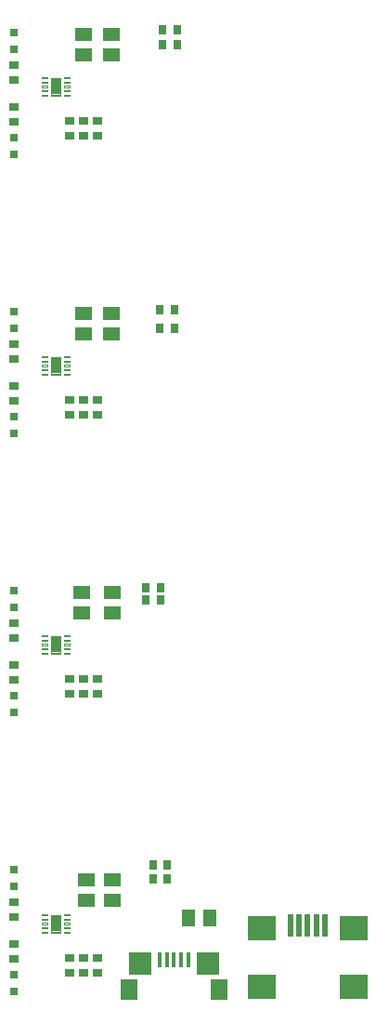
<source format=gtp>
G75*
%MOIN*%
%OFA0B0*%
%FSLAX25Y25*%
%IPPOS*%
%LPD*%
%AMOC8*
5,1,8,0,0,1.08239X$1,22.5*
%
%ADD10R,0.05906X0.05118*%
%ADD11R,0.03543X0.02756*%
%ADD12C,0.00394*%
%ADD13C,0.00354*%
%ADD14R,0.03150X0.03150*%
%ADD15R,0.02756X0.03543*%
%ADD16R,0.08268X0.07874*%
%ADD17R,0.06299X0.07480*%
%ADD18R,0.01575X0.05315*%
%ADD19R,0.09843X0.08661*%
%ADD20R,0.01969X0.07874*%
%ADD21R,0.05118X0.05906*%
D10*
X0050500Y0050740D03*
X0050500Y0043260D03*
X0041000Y0050740D03*
X0041000Y0043260D03*
X0050000Y0253740D03*
X0050000Y0246260D03*
X0040000Y0253740D03*
X0040000Y0246260D03*
X0050500Y0153740D03*
X0050500Y0146260D03*
X0039500Y0153740D03*
X0039500Y0146260D03*
X0050000Y0353740D03*
X0050000Y0346260D03*
X0040000Y0353740D03*
X0040000Y0346260D03*
D11*
X0035000Y0017441D03*
X0035000Y0022559D03*
X0015000Y0022441D03*
X0015000Y0027559D03*
X0015000Y0042559D03*
X0015000Y0037441D03*
X0040000Y0017441D03*
X0040000Y0022559D03*
X0045000Y0017441D03*
X0045000Y0022559D03*
X0035000Y0217441D03*
X0035000Y0222559D03*
X0015000Y0222441D03*
X0015000Y0227559D03*
X0015000Y0242559D03*
X0015000Y0237441D03*
X0040000Y0217441D03*
X0040000Y0222559D03*
X0045000Y0217441D03*
X0045000Y0222559D03*
X0035000Y0117441D03*
X0035000Y0122559D03*
X0015000Y0122441D03*
X0015000Y0127559D03*
X0015000Y0142559D03*
X0015000Y0137441D03*
X0040000Y0117441D03*
X0040000Y0122559D03*
X0045000Y0117441D03*
X0045000Y0122559D03*
X0035000Y0317441D03*
X0035000Y0322559D03*
X0015000Y0322441D03*
X0015000Y0327559D03*
X0015000Y0342559D03*
X0015000Y0337441D03*
X0040000Y0317441D03*
X0040000Y0322559D03*
X0045000Y0317441D03*
X0045000Y0322559D03*
D12*
X0027047Y0037954D02*
X0025079Y0037954D01*
X0025079Y0038346D01*
X0027047Y0038346D01*
X0027047Y0037954D01*
X0027047Y0036379D02*
X0025079Y0036379D01*
X0025079Y0036771D01*
X0027047Y0036771D01*
X0027047Y0036379D01*
X0027047Y0034804D02*
X0025079Y0034804D01*
X0025079Y0035196D01*
X0027047Y0035196D01*
X0027047Y0034804D01*
X0027047Y0033229D02*
X0025079Y0033229D01*
X0025079Y0033621D01*
X0027047Y0033621D01*
X0027047Y0033229D01*
X0027047Y0031654D02*
X0025079Y0031654D01*
X0025079Y0032046D01*
X0027047Y0032046D01*
X0027047Y0031654D01*
X0034921Y0031654D02*
X0032953Y0031654D01*
X0032953Y0032046D01*
X0034921Y0032046D01*
X0034921Y0031654D01*
X0034921Y0033229D02*
X0032953Y0033229D01*
X0032953Y0033621D01*
X0034921Y0033621D01*
X0034921Y0033229D01*
X0034921Y0034804D02*
X0032953Y0034804D01*
X0032953Y0035196D01*
X0034921Y0035196D01*
X0034921Y0034804D01*
X0034921Y0036379D02*
X0032953Y0036379D01*
X0032953Y0036771D01*
X0034921Y0036771D01*
X0034921Y0036379D01*
X0034921Y0037954D02*
X0032953Y0037954D01*
X0032953Y0038346D01*
X0034921Y0038346D01*
X0034921Y0037954D01*
X0027047Y0237954D02*
X0025079Y0237954D01*
X0025079Y0238346D01*
X0027047Y0238346D01*
X0027047Y0237954D01*
X0027047Y0236379D02*
X0025079Y0236379D01*
X0025079Y0236771D01*
X0027047Y0236771D01*
X0027047Y0236379D01*
X0027047Y0234804D02*
X0025079Y0234804D01*
X0025079Y0235196D01*
X0027047Y0235196D01*
X0027047Y0234804D01*
X0027047Y0233229D02*
X0025079Y0233229D01*
X0025079Y0233621D01*
X0027047Y0233621D01*
X0027047Y0233229D01*
X0027047Y0231654D02*
X0025079Y0231654D01*
X0025079Y0232046D01*
X0027047Y0232046D01*
X0027047Y0231654D01*
X0034921Y0231654D02*
X0032953Y0231654D01*
X0032953Y0232046D01*
X0034921Y0232046D01*
X0034921Y0231654D01*
X0034921Y0233229D02*
X0032953Y0233229D01*
X0032953Y0233621D01*
X0034921Y0233621D01*
X0034921Y0233229D01*
X0034921Y0234804D02*
X0032953Y0234804D01*
X0032953Y0235196D01*
X0034921Y0235196D01*
X0034921Y0234804D01*
X0034921Y0236379D02*
X0032953Y0236379D01*
X0032953Y0236771D01*
X0034921Y0236771D01*
X0034921Y0236379D01*
X0034921Y0237954D02*
X0032953Y0237954D01*
X0032953Y0238346D01*
X0034921Y0238346D01*
X0034921Y0237954D01*
X0027047Y0137954D02*
X0025079Y0137954D01*
X0025079Y0138346D01*
X0027047Y0138346D01*
X0027047Y0137954D01*
X0027047Y0136379D02*
X0025079Y0136379D01*
X0025079Y0136771D01*
X0027047Y0136771D01*
X0027047Y0136379D01*
X0027047Y0134804D02*
X0025079Y0134804D01*
X0025079Y0135196D01*
X0027047Y0135196D01*
X0027047Y0134804D01*
X0027047Y0133229D02*
X0025079Y0133229D01*
X0025079Y0133621D01*
X0027047Y0133621D01*
X0027047Y0133229D01*
X0027047Y0131654D02*
X0025079Y0131654D01*
X0025079Y0132046D01*
X0027047Y0132046D01*
X0027047Y0131654D01*
X0034921Y0131654D02*
X0032953Y0131654D01*
X0032953Y0132046D01*
X0034921Y0132046D01*
X0034921Y0131654D01*
X0034921Y0133229D02*
X0032953Y0133229D01*
X0032953Y0133621D01*
X0034921Y0133621D01*
X0034921Y0133229D01*
X0034921Y0134804D02*
X0032953Y0134804D01*
X0032953Y0135196D01*
X0034921Y0135196D01*
X0034921Y0134804D01*
X0034921Y0136379D02*
X0032953Y0136379D01*
X0032953Y0136771D01*
X0034921Y0136771D01*
X0034921Y0136379D01*
X0034921Y0137954D02*
X0032953Y0137954D01*
X0032953Y0138346D01*
X0034921Y0138346D01*
X0034921Y0137954D01*
X0027047Y0337954D02*
X0025079Y0337954D01*
X0025079Y0338346D01*
X0027047Y0338346D01*
X0027047Y0337954D01*
X0027047Y0336379D02*
X0025079Y0336379D01*
X0025079Y0336771D01*
X0027047Y0336771D01*
X0027047Y0336379D01*
X0027047Y0334804D02*
X0025079Y0334804D01*
X0025079Y0335196D01*
X0027047Y0335196D01*
X0027047Y0334804D01*
X0027047Y0333229D02*
X0025079Y0333229D01*
X0025079Y0333621D01*
X0027047Y0333621D01*
X0027047Y0333229D01*
X0027047Y0331654D02*
X0025079Y0331654D01*
X0025079Y0332046D01*
X0027047Y0332046D01*
X0027047Y0331654D01*
X0034921Y0331654D02*
X0032953Y0331654D01*
X0032953Y0332046D01*
X0034921Y0332046D01*
X0034921Y0331654D01*
X0034921Y0333229D02*
X0032953Y0333229D01*
X0032953Y0333621D01*
X0034921Y0333621D01*
X0034921Y0333229D01*
X0034921Y0334804D02*
X0032953Y0334804D01*
X0032953Y0335196D01*
X0034921Y0335196D01*
X0034921Y0334804D01*
X0034921Y0336379D02*
X0032953Y0336379D01*
X0032953Y0336771D01*
X0034921Y0336771D01*
X0034921Y0336379D01*
X0034921Y0337954D02*
X0032953Y0337954D01*
X0032953Y0338346D01*
X0034921Y0338346D01*
X0034921Y0337954D01*
D13*
X0031594Y0038169D02*
X0031594Y0031831D01*
X0028406Y0031831D01*
X0028406Y0038169D01*
X0031594Y0038169D01*
X0031594Y0032184D02*
X0028406Y0032184D01*
X0028406Y0032537D02*
X0031594Y0032537D01*
X0031594Y0032890D02*
X0028406Y0032890D01*
X0028406Y0033243D02*
X0031594Y0033243D01*
X0031594Y0033596D02*
X0028406Y0033596D01*
X0028406Y0033949D02*
X0031594Y0033949D01*
X0031594Y0034302D02*
X0028406Y0034302D01*
X0028406Y0034655D02*
X0031594Y0034655D01*
X0031594Y0035008D02*
X0028406Y0035008D01*
X0028406Y0035361D02*
X0031594Y0035361D01*
X0031594Y0035714D02*
X0028406Y0035714D01*
X0028406Y0036067D02*
X0031594Y0036067D01*
X0031594Y0036420D02*
X0028406Y0036420D01*
X0028406Y0036773D02*
X0031594Y0036773D01*
X0031594Y0037126D02*
X0028406Y0037126D01*
X0028406Y0037479D02*
X0031594Y0037479D01*
X0031594Y0037832D02*
X0028406Y0037832D01*
X0031594Y0238169D02*
X0031594Y0231831D01*
X0028406Y0231831D01*
X0028406Y0238169D01*
X0031594Y0238169D01*
X0031594Y0232184D02*
X0028406Y0232184D01*
X0028406Y0232537D02*
X0031594Y0232537D01*
X0031594Y0232890D02*
X0028406Y0232890D01*
X0028406Y0233243D02*
X0031594Y0233243D01*
X0031594Y0233596D02*
X0028406Y0233596D01*
X0028406Y0233949D02*
X0031594Y0233949D01*
X0031594Y0234302D02*
X0028406Y0234302D01*
X0028406Y0234655D02*
X0031594Y0234655D01*
X0031594Y0235008D02*
X0028406Y0235008D01*
X0028406Y0235361D02*
X0031594Y0235361D01*
X0031594Y0235714D02*
X0028406Y0235714D01*
X0028406Y0236067D02*
X0031594Y0236067D01*
X0031594Y0236420D02*
X0028406Y0236420D01*
X0028406Y0236773D02*
X0031594Y0236773D01*
X0031594Y0237126D02*
X0028406Y0237126D01*
X0028406Y0237479D02*
X0031594Y0237479D01*
X0031594Y0237832D02*
X0028406Y0237832D01*
X0031594Y0138169D02*
X0031594Y0131831D01*
X0028406Y0131831D01*
X0028406Y0138169D01*
X0031594Y0138169D01*
X0031594Y0132184D02*
X0028406Y0132184D01*
X0028406Y0132537D02*
X0031594Y0132537D01*
X0031594Y0132890D02*
X0028406Y0132890D01*
X0028406Y0133243D02*
X0031594Y0133243D01*
X0031594Y0133596D02*
X0028406Y0133596D01*
X0028406Y0133949D02*
X0031594Y0133949D01*
X0031594Y0134302D02*
X0028406Y0134302D01*
X0028406Y0134655D02*
X0031594Y0134655D01*
X0031594Y0135008D02*
X0028406Y0135008D01*
X0028406Y0135361D02*
X0031594Y0135361D01*
X0031594Y0135714D02*
X0028406Y0135714D01*
X0028406Y0136067D02*
X0031594Y0136067D01*
X0031594Y0136420D02*
X0028406Y0136420D01*
X0028406Y0136773D02*
X0031594Y0136773D01*
X0031594Y0137126D02*
X0028406Y0137126D01*
X0028406Y0137479D02*
X0031594Y0137479D01*
X0031594Y0137832D02*
X0028406Y0137832D01*
X0031594Y0338169D02*
X0031594Y0331831D01*
X0028406Y0331831D01*
X0028406Y0338169D01*
X0031594Y0338169D01*
X0031594Y0332184D02*
X0028406Y0332184D01*
X0028406Y0332537D02*
X0031594Y0332537D01*
X0031594Y0332890D02*
X0028406Y0332890D01*
X0028406Y0333243D02*
X0031594Y0333243D01*
X0031594Y0333596D02*
X0028406Y0333596D01*
X0028406Y0333949D02*
X0031594Y0333949D01*
X0031594Y0334302D02*
X0028406Y0334302D01*
X0028406Y0334655D02*
X0031594Y0334655D01*
X0031594Y0335008D02*
X0028406Y0335008D01*
X0028406Y0335361D02*
X0031594Y0335361D01*
X0031594Y0335714D02*
X0028406Y0335714D01*
X0028406Y0336067D02*
X0031594Y0336067D01*
X0031594Y0336420D02*
X0028406Y0336420D01*
X0028406Y0336773D02*
X0031594Y0336773D01*
X0031594Y0337126D02*
X0028406Y0337126D01*
X0028406Y0337479D02*
X0031594Y0337479D01*
X0031594Y0337832D02*
X0028406Y0337832D01*
D14*
X0015000Y0048297D03*
X0015000Y0054203D03*
X0015000Y0016703D03*
X0015000Y0010797D03*
X0015000Y0248297D03*
X0015000Y0254203D03*
X0015000Y0216703D03*
X0015000Y0210797D03*
X0015000Y0148297D03*
X0015000Y0154203D03*
X0015000Y0116703D03*
X0015000Y0110797D03*
X0015000Y0348297D03*
X0015000Y0354203D03*
X0015000Y0316703D03*
X0015000Y0310797D03*
D15*
X0064941Y0051000D03*
X0070059Y0051000D03*
X0070059Y0056000D03*
X0064941Y0056000D03*
X0067441Y0248500D03*
X0072559Y0248500D03*
X0072559Y0255000D03*
X0067441Y0255000D03*
X0062441Y0151000D03*
X0067559Y0151000D03*
X0067559Y0155500D03*
X0062441Y0155500D03*
X0068441Y0350000D03*
X0073559Y0350000D03*
X0073559Y0355500D03*
X0068441Y0355500D03*
D16*
X0060295Y0020752D03*
X0084705Y0020752D03*
D17*
X0056358Y0011500D03*
X0088642Y0011500D03*
D18*
X0067382Y0022031D03*
X0069941Y0022031D03*
X0072500Y0022031D03*
X0075059Y0022031D03*
X0077618Y0022031D03*
D19*
X0103965Y0033374D03*
X0137035Y0033374D03*
X0103965Y0012508D03*
X0137035Y0012508D03*
D20*
X0114201Y0034358D03*
X0117350Y0034358D03*
X0120500Y0034358D03*
X0123650Y0034358D03*
X0126799Y0034358D03*
D21*
X0085240Y0037000D03*
X0077760Y0037000D03*
M02*

</source>
